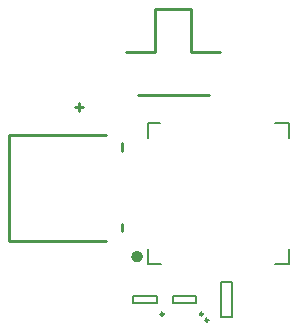
<source format=gbo>
G04 Layer_Color=32896*
%FSLAX24Y24*%
%MOIN*%
G70*
G01*
G75*
%ADD32C,0.0079*%
%ADD37C,0.0098*%
%ADD74C,0.0100*%
%ADD119C,0.0200*%
%ADD120C,0.0050*%
D32*
X1585Y-3154D02*
X1959D01*
Y-4296D02*
Y-3154D01*
X1585Y-4296D02*
X1959D01*
X1585D02*
Y-3154D01*
X-1339Y-3858D02*
X-551Y-3858D01*
Y-3622D01*
X-1339D02*
X-551D01*
X-1339Y-3858D02*
Y-3622D01*
X-20Y-3858D02*
Y-3622D01*
X768D01*
Y-3858D02*
Y-3622D01*
X-20Y-3858D02*
X768D01*
D37*
X1171Y-4414D02*
G03*
X1171Y-4414I-49J0D01*
G01*
X-325Y-4213D02*
G03*
X-325Y-4213I-49J0D01*
G01*
X994D02*
G03*
X994Y-4213I-49J0D01*
G01*
X-3150Y2559D02*
Y2821D01*
X-3018Y2690D02*
X-3281D01*
D74*
X-1181Y3091D02*
X1181D01*
X591Y4508D02*
X1565D01*
X-1565D02*
X-591D01*
Y5965D01*
X591Y4508D02*
Y5965D01*
X-591D02*
X591D01*
X-5487Y1772D02*
X-2248D01*
X-1706Y1239D02*
Y1484D01*
Y-1457D02*
Y-1207D01*
X-5487Y-1772D02*
X-2248D01*
X-5487D02*
Y1772D01*
D119*
X-1104Y-2297D02*
G03*
X-1104Y-2297I-100J0D01*
G01*
D120*
X-854Y1653D02*
Y2153D01*
X-454Y2153D01*
X3396D02*
X3846D01*
X3846Y1653D02*
X3846Y2153D01*
X3846Y-2047D02*
X3846Y-2547D01*
X3396D02*
X3846D01*
X-854D02*
X-854Y-2047D01*
X-854Y-2547D02*
X-404D01*
M02*

</source>
